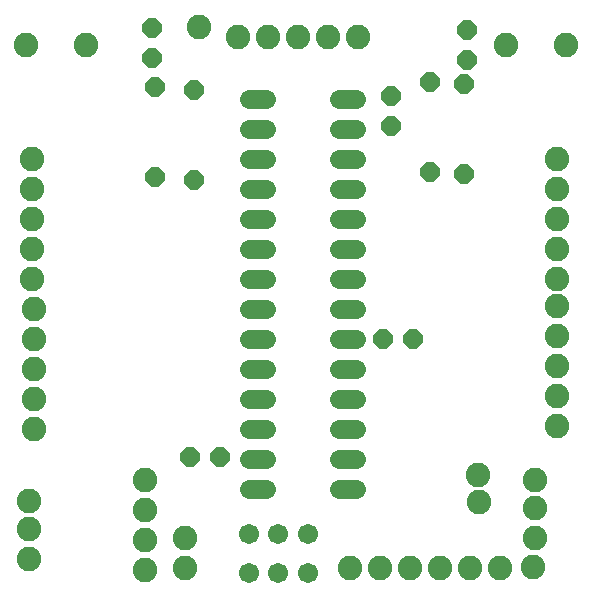
<source format=gbr>
G04 EAGLE Gerber RS-274X export*
G75*
%MOMM*%
%FSLAX34Y34*%
%LPD*%
%INSoldermask Top*%
%IPPOS*%
%AMOC8*
5,1,8,0,0,1.08239X$1,22.5*%
G01*
%ADD10P,1.759533X8X292.500000*%
%ADD11P,1.759533X8X202.500000*%
%ADD12P,1.759533X8X22.500000*%
%ADD13P,1.759533X8X112.500000*%
%ADD14C,1.625600*%
%ADD15C,2.082800*%
%ADD16C,1.712800*%


D10*
X328930Y421640D03*
X328930Y396240D03*
D11*
X184150Y115570D03*
X158750Y115570D03*
D12*
X322580Y215900D03*
X347980Y215900D03*
D10*
X393700Y477520D03*
X393700Y452120D03*
X127000Y478790D03*
X127000Y453390D03*
D13*
X361950Y356870D03*
X361950Y433070D03*
X162560Y350520D03*
X162560Y426720D03*
D10*
X391160Y431800D03*
X391160Y355600D03*
X129540Y429260D03*
X129540Y353060D03*
D14*
X208788Y419100D02*
X223012Y419100D01*
X223012Y393700D02*
X208788Y393700D01*
X208788Y368300D02*
X223012Y368300D01*
X223012Y342900D02*
X208788Y342900D01*
X208788Y317500D02*
X223012Y317500D01*
X223012Y292100D02*
X208788Y292100D01*
X208788Y266700D02*
X223012Y266700D01*
X223012Y241300D02*
X208788Y241300D01*
X208788Y215900D02*
X223012Y215900D01*
X223012Y190500D02*
X208788Y190500D01*
X208788Y165100D02*
X223012Y165100D01*
X223012Y139700D02*
X208788Y139700D01*
X208788Y114300D02*
X223012Y114300D01*
X223012Y88900D02*
X208788Y88900D01*
X284988Y88900D02*
X299212Y88900D01*
X299212Y114300D02*
X284988Y114300D01*
X284988Y139700D02*
X299212Y139700D01*
X299212Y165100D02*
X284988Y165100D01*
X284988Y190500D02*
X299212Y190500D01*
X299212Y215900D02*
X284988Y215900D01*
X284988Y241300D02*
X299212Y241300D01*
X299212Y266700D02*
X284988Y266700D01*
X284988Y292100D02*
X299212Y292100D01*
X299212Y317500D02*
X284988Y317500D01*
X284988Y342900D02*
X299212Y342900D01*
X299212Y368300D02*
X284988Y368300D01*
X284988Y393700D02*
X299212Y393700D01*
X299212Y419100D02*
X284988Y419100D01*
D15*
X402590Y100330D03*
X403860Y77470D03*
X469900Y368300D03*
X469900Y342900D03*
X469900Y317500D03*
X469900Y292100D03*
X469900Y266700D03*
X469900Y243840D03*
X469900Y218440D03*
X469900Y193040D03*
X469900Y167640D03*
X469900Y142240D03*
X26670Y241300D03*
X26670Y215900D03*
X26670Y190500D03*
X26670Y165100D03*
X26670Y139700D03*
X25400Y368300D03*
X25400Y342900D03*
X25400Y317500D03*
X25400Y292100D03*
X25400Y266700D03*
X22860Y78740D03*
X22860Y54610D03*
X22860Y29210D03*
X154940Y21590D03*
X154940Y46990D03*
D16*
X208680Y50790D03*
X233680Y50790D03*
X258680Y50790D03*
X258680Y17790D03*
X233680Y17790D03*
X208680Y17790D03*
D15*
X120650Y20320D03*
X120650Y45720D03*
X120650Y71120D03*
X120650Y96520D03*
X421640Y21590D03*
X396240Y21590D03*
X370840Y21590D03*
X345440Y21590D03*
X320040Y21590D03*
X294640Y21590D03*
X199390Y471170D03*
X224790Y471170D03*
X250190Y471170D03*
X275590Y471170D03*
X300990Y471170D03*
X450850Y96520D03*
X449580Y22860D03*
X450850Y46990D03*
X450850Y72390D03*
X426720Y464820D03*
X477520Y464820D03*
X71120Y464820D03*
X20320Y464820D03*
X166370Y480060D03*
M02*

</source>
